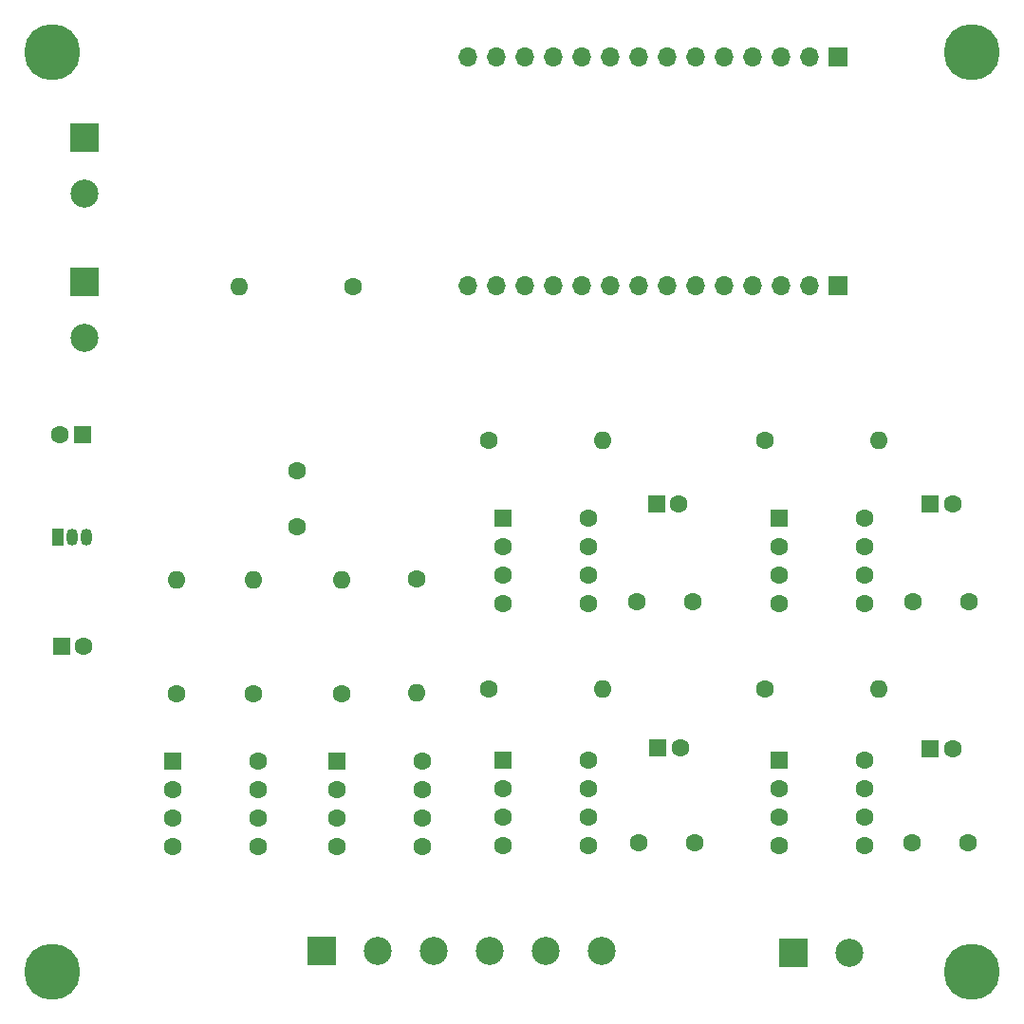
<source format=gbr>
%TF.GenerationSoftware,KiCad,Pcbnew,(5.1.7)-1*%
%TF.CreationDate,2020-12-19T19:15:02-05:00*%
%TF.ProjectId,Radiometer amps r2,52616469-6f6d-4657-9465-7220616d7073,rev?*%
%TF.SameCoordinates,Original*%
%TF.FileFunction,Soldermask,Bot*%
%TF.FilePolarity,Negative*%
%FSLAX46Y46*%
G04 Gerber Fmt 4.6, Leading zero omitted, Abs format (unit mm)*
G04 Created by KiCad (PCBNEW (5.1.7)-1) date 2020-12-19 19:15:02*
%MOMM*%
%LPD*%
G01*
G04 APERTURE LIST*
%ADD10C,2.500000*%
%ADD11R,2.500000X2.500000*%
%ADD12C,1.600000*%
%ADD13R,1.600000X1.600000*%
%ADD14O,1.050000X1.500000*%
%ADD15R,1.050000X1.500000*%
%ADD16O,1.700000X1.700000*%
%ADD17R,1.700000X1.700000*%
%ADD18O,1.600000X1.600000*%
%ADD19C,5.000000*%
G04 APERTURE END LIST*
D10*
%TO.C,J6*%
X-54400000Y253700000D03*
D11*
X-54400000Y258700000D03*
%TD*%
%TO.C,J2*%
X8770000Y186010000D03*
D10*
X13770000Y186010000D03*
%TD*%
D12*
%TO.C,A4*%
X-9465000Y224745000D03*
X-9465000Y222205000D03*
X-9465000Y219665000D03*
X-9465000Y217125000D03*
X-17085000Y217125000D03*
X-17085000Y219665000D03*
X-17085000Y222205000D03*
D13*
X-17085000Y224745000D03*
%TD*%
D14*
%TO.C,U1*%
X-55530000Y223100000D03*
X-54260000Y223100000D03*
D15*
X-56800000Y223100000D03*
%TD*%
D16*
%TO.C,J4*%
X-20220000Y265900000D03*
X-17680000Y265900000D03*
X-15140000Y265900000D03*
X-12600000Y265900000D03*
X-10060000Y265900000D03*
X-7520000Y265900000D03*
X-4980000Y265900000D03*
X-2440000Y265900000D03*
X100000Y265900000D03*
X2640000Y265900000D03*
X5180000Y265900000D03*
X7720000Y265900000D03*
X10260000Y265900000D03*
D17*
X12800000Y265900000D03*
%TD*%
D11*
%TO.C,J3*%
X-33300000Y186110000D03*
D10*
X-28300000Y186110000D03*
X-23300000Y186110000D03*
X-18300000Y186110000D03*
X-13300000Y186110000D03*
X-8300000Y186110000D03*
%TD*%
D13*
%TO.C,A3*%
X-17085000Y203155000D03*
D12*
X-17085000Y200615000D03*
X-17085000Y198075000D03*
X-17085000Y195535000D03*
X-9465000Y195535000D03*
X-9465000Y198075000D03*
X-9465000Y200615000D03*
X-9465000Y203155000D03*
%TD*%
%TO.C,A1*%
X15120000Y203155000D03*
X15120000Y200615000D03*
X15120000Y198075000D03*
X15120000Y195535000D03*
X7500000Y195535000D03*
X7500000Y198075000D03*
X7500000Y200615000D03*
D13*
X7500000Y203155000D03*
%TD*%
%TO.C,A2*%
X7500000Y224745000D03*
D12*
X7500000Y222205000D03*
X7500000Y219665000D03*
X7500000Y217125000D03*
X15120000Y217125000D03*
X15120000Y219665000D03*
X15120000Y222205000D03*
X15120000Y224745000D03*
%TD*%
%TO.C,C1*%
X-56600000Y232200000D03*
D13*
X-54600000Y232200000D03*
%TD*%
%TO.C,C2*%
X-56500000Y213300000D03*
D12*
X-54500000Y213300000D03*
%TD*%
D13*
%TO.C,C3*%
X21000000Y204200000D03*
D12*
X23000000Y204200000D03*
%TD*%
%TO.C,C4*%
X23000000Y226000000D03*
D13*
X21000000Y226000000D03*
%TD*%
%TO.C,C5*%
X-3300000Y204300000D03*
D12*
X-1300000Y204300000D03*
%TD*%
%TO.C,C6*%
X-1400000Y226000000D03*
D13*
X-3400000Y226000000D03*
%TD*%
D12*
%TO.C,C7*%
X-35500000Y224000000D03*
X-35500000Y229000000D03*
%TD*%
%TO.C,C9*%
X19400000Y195800000D03*
X24400000Y195800000D03*
%TD*%
%TO.C,C10*%
X24500000Y217300000D03*
X19500000Y217300000D03*
%TD*%
%TO.C,C11*%
X-5000000Y195800000D03*
X0Y195800000D03*
%TD*%
%TO.C,C12*%
X-200000Y217300000D03*
X-5200000Y217300000D03*
%TD*%
D11*
%TO.C,J1*%
X-54400000Y245800000D03*
D10*
X-54400000Y240800000D03*
%TD*%
D17*
%TO.C,J5*%
X12800000Y245500000D03*
D16*
X10260000Y245500000D03*
X7720000Y245500000D03*
X5180000Y245500000D03*
X2640000Y245500000D03*
X100000Y245500000D03*
X-2440000Y245500000D03*
X-4980000Y245500000D03*
X-7520000Y245500000D03*
X-10060000Y245500000D03*
X-12600000Y245500000D03*
X-15140000Y245500000D03*
X-17680000Y245500000D03*
X-20220000Y245500000D03*
%TD*%
D18*
%TO.C,Ra1*%
X-39400000Y219260000D03*
D12*
X-39400000Y209100000D03*
%TD*%
%TO.C,Rb1*%
X-46200000Y209100000D03*
D18*
X-46200000Y219260000D03*
%TD*%
D12*
%TO.C,Rd1*%
X-24800000Y219300000D03*
D18*
X-24800000Y209140000D03*
%TD*%
%TO.C,Rd2*%
X-31500000Y219260000D03*
D12*
X-31500000Y209100000D03*
%TD*%
%TO.C,Rg1*%
X6230000Y209505000D03*
D18*
X16390000Y209505000D03*
%TD*%
D12*
%TO.C,Rg2*%
X6230000Y231730000D03*
D18*
X16390000Y231730000D03*
%TD*%
%TO.C,Rg3*%
X-8195000Y209505000D03*
D12*
X-18355000Y209505000D03*
%TD*%
D18*
%TO.C,Rg4*%
X-8195000Y231730000D03*
D12*
X-18355000Y231730000D03*
%TD*%
D19*
%TO.C,H1*%
X-57300000Y266300000D03*
%TD*%
%TO.C,H2*%
X-57300000Y184300000D03*
%TD*%
%TO.C,H3*%
X24700000Y266300000D03*
%TD*%
%TO.C,H4*%
X24700000Y184300000D03*
%TD*%
D12*
%TO.C,U2-rtd1*%
X-38980000Y203100000D03*
X-38980000Y200560000D03*
X-38980000Y198020000D03*
X-38980000Y195480000D03*
X-46600000Y195480000D03*
X-46600000Y198020000D03*
X-46600000Y200560000D03*
D13*
X-46600000Y203100000D03*
%TD*%
%TO.C,U5-aref1*%
X-31900000Y203100000D03*
D12*
X-31900000Y200560000D03*
X-31900000Y198020000D03*
X-31900000Y195480000D03*
X-24280000Y195480000D03*
X-24280000Y198020000D03*
X-24280000Y200560000D03*
X-24280000Y203100000D03*
%TD*%
%TO.C,R1*%
X-30500000Y245400000D03*
D18*
X-40660000Y245400000D03*
%TD*%
M02*

</source>
